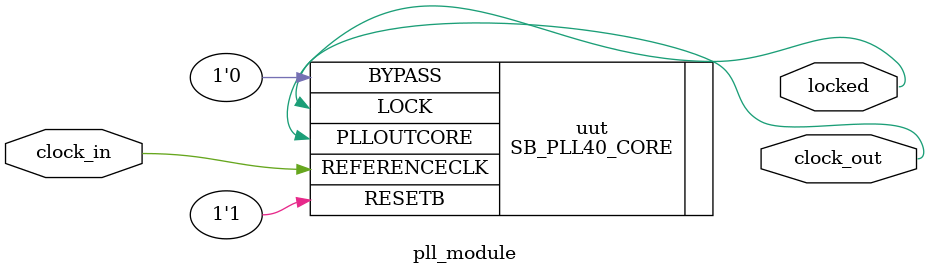
<source format=v>
/**
 * PLL configuration
 *
 * This Verilog module was generated automatically
 * using the icepll tool from the IceStorm project.
 * Use at your own risk.
 *
 * Given input frequency:        12.000 MHz
 * Requested output frequency:   48.000 MHz
 * Achieved output frequency:    48.000 MHz
 */

module pll_module (
	input  clock_in,
	output clock_out,
	output locked
	);

SB_PLL40_CORE #(
		.FEEDBACK_PATH("SIMPLE"),
		.DIVR(4'b0000),		// DIVR =  0
		.DIVF(7'b0111111),	// DIVF = 63
		.DIVQ(3'b100),		// DIVQ =  4
		.FILTER_RANGE(3'b001)	// FILTER_RANGE = 1
	) uut (
		.LOCK(locked),
		.RESETB(1'b1),
		.BYPASS(1'b0),
		.REFERENCECLK(clock_in),
		.PLLOUTCORE(clock_out)
		);

endmodule

</source>
